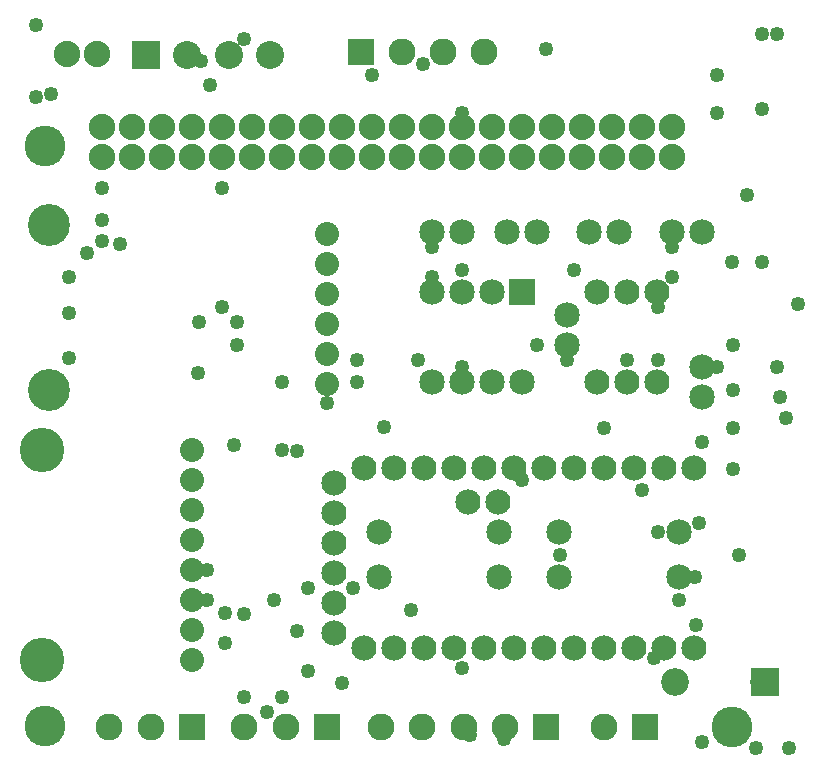
<source format=gts>
G04 MADE WITH FRITZING*
G04 WWW.FRITZING.ORG*
G04 DOUBLE SIDED*
G04 HOLES PLATED*
G04 CONTOUR ON CENTER OF CONTOUR VECTOR*
%ASAXBY*%
%FSLAX23Y23*%
%MOIN*%
%OFA0B0*%
%SFA1.0B1.0*%
%ADD10C,0.088000*%
%ADD11C,0.049370*%
%ADD12C,0.085000*%
%ADD13C,0.093307*%
%ADD14C,0.084000*%
%ADD15C,0.080000*%
%ADD16C,0.148425*%
%ADD17C,0.092000*%
%ADD18C,0.090000*%
%ADD19C,0.135984*%
%ADD20C,0.139921*%
%ADD21R,0.093307X0.093307*%
%ADD22R,0.092000X0.092000*%
%ADD23R,0.090000X0.090000*%
%ADD24R,0.085000X0.085000*%
%LNMASK1*%
G90*
G70*
G54D10*
X306Y2543D03*
X206Y2543D03*
G54D11*
X322Y2096D03*
X210Y1529D03*
X210Y1678D03*
X211Y1798D03*
X321Y1918D03*
X321Y1988D03*
X1072Y1378D03*
X796Y2593D03*
X2641Y1708D03*
X645Y1649D03*
X971Y1217D03*
X761Y1238D03*
X641Y1478D03*
X770Y1649D03*
X671Y822D03*
X671Y723D03*
X1422Y1899D03*
X1422Y1797D03*
X721Y1698D03*
X921Y1448D03*
X2321Y1247D03*
X2521Y1849D03*
X1521Y2346D03*
X770Y1573D03*
X1771Y1573D03*
X1172Y1448D03*
X921Y398D03*
X2472Y2073D03*
X2446Y872D03*
X1847Y872D03*
X1721Y1122D03*
X2173Y947D03*
X1995Y1296D03*
X2298Y799D03*
X2370Y2346D03*
X2370Y2472D03*
X1221Y2472D03*
X2423Y1573D03*
X2423Y1421D03*
X2571Y1497D03*
X2370Y1497D03*
X2222Y1899D03*
X2222Y1797D03*
X2070Y1523D03*
X1870Y1523D03*
X1547Y272D03*
X2245Y723D03*
X1521Y1497D03*
X1373Y1523D03*
X1172Y1523D03*
X796Y674D03*
X796Y398D03*
X2173Y1698D03*
X2173Y1523D03*
X1008Y761D03*
X1008Y485D03*
X921Y1223D03*
X896Y723D03*
X871Y348D03*
X2121Y1088D03*
X2311Y978D03*
X2423Y1296D03*
X2423Y1157D03*
X151Y2408D03*
X721Y2096D03*
X102Y2398D03*
X102Y2637D03*
X271Y1878D03*
X380Y1907D03*
X2520Y2609D03*
X1521Y1823D03*
X1896Y1823D03*
X2422Y1848D03*
X1159Y761D03*
X732Y578D03*
X732Y678D03*
X1352Y688D03*
X1261Y1298D03*
X1661Y258D03*
X2302Y639D03*
X2320Y248D03*
X2581Y1398D03*
X2501Y228D03*
X2611Y228D03*
X2601Y1328D03*
X2521Y2358D03*
X2571Y2608D03*
X1801Y2557D03*
X1392Y2508D03*
X651Y2517D03*
X2161Y528D03*
X681Y2438D03*
G54D12*
X1846Y798D03*
X2246Y798D03*
X1846Y798D03*
X2246Y798D03*
X1246Y798D03*
X1646Y798D03*
X1246Y798D03*
X1646Y798D03*
G54D13*
X468Y2538D03*
X605Y2538D03*
X743Y2538D03*
X881Y2538D03*
G54D14*
X1096Y1113D03*
X1096Y1013D03*
X1096Y913D03*
X1096Y813D03*
X1096Y713D03*
X1096Y613D03*
X1196Y1163D03*
X1296Y1163D03*
X1396Y1163D03*
X1496Y1163D03*
X1596Y1163D03*
X1541Y1048D03*
X1641Y1048D03*
X1696Y1163D03*
X1796Y1163D03*
X1896Y1163D03*
X1996Y1163D03*
X2096Y1163D03*
X2196Y1163D03*
X2296Y1163D03*
X2296Y563D03*
X2196Y563D03*
X2096Y563D03*
X1996Y563D03*
X1896Y563D03*
X1796Y563D03*
X1696Y563D03*
X1596Y563D03*
X1496Y563D03*
X1396Y563D03*
X1296Y563D03*
X1196Y563D03*
G54D12*
X1846Y948D03*
X2246Y948D03*
X1846Y948D03*
X2246Y948D03*
X1246Y948D03*
X1646Y948D03*
X1246Y948D03*
X1646Y948D03*
G54D15*
X1071Y1443D03*
X1071Y1543D03*
X1071Y1643D03*
X1071Y1743D03*
X1071Y1843D03*
X1071Y1943D03*
X621Y1023D03*
G54D16*
X121Y523D03*
G54D15*
X621Y623D03*
X621Y823D03*
X621Y1223D03*
X621Y523D03*
X621Y723D03*
X621Y923D03*
X621Y1123D03*
G54D16*
X121Y1223D03*
G54D17*
X2529Y448D03*
X2231Y448D03*
G54D18*
X2131Y298D03*
X1993Y298D03*
G54D19*
X2421Y298D03*
X130Y303D03*
X130Y2236D03*
X121Y523D03*
X121Y1223D03*
G54D10*
X321Y2198D03*
X421Y2198D03*
X521Y2198D03*
X621Y2198D03*
X721Y2198D03*
X821Y2198D03*
X921Y2198D03*
X1021Y2198D03*
X1121Y2198D03*
X1221Y2198D03*
X1321Y2198D03*
X1421Y2198D03*
X1521Y2198D03*
X1621Y2198D03*
X1721Y2198D03*
X1821Y2198D03*
X1921Y2198D03*
X2021Y2198D03*
X2121Y2198D03*
X2221Y2198D03*
X321Y2198D03*
X421Y2198D03*
X521Y2198D03*
X621Y2198D03*
X721Y2198D03*
X821Y2198D03*
X921Y2198D03*
X1021Y2198D03*
X1121Y2198D03*
X1221Y2198D03*
X1321Y2198D03*
X1421Y2198D03*
X1521Y2198D03*
X1621Y2198D03*
X1721Y2198D03*
X1821Y2198D03*
X1921Y2198D03*
X2021Y2198D03*
X2121Y2198D03*
X2221Y2198D03*
X2221Y2298D03*
X2121Y2298D03*
X2021Y2298D03*
X1921Y2298D03*
X1821Y2298D03*
X1721Y2298D03*
X1621Y2298D03*
X1521Y2298D03*
X1421Y2298D03*
X1321Y2298D03*
X1221Y2298D03*
X1121Y2298D03*
X1021Y2298D03*
X921Y2298D03*
X821Y2298D03*
X721Y2298D03*
X621Y2298D03*
X521Y2298D03*
X421Y2298D03*
X321Y2298D03*
G54D12*
X1871Y1673D03*
X1871Y1573D03*
X2321Y1498D03*
X2321Y1398D03*
G54D14*
X1971Y1448D03*
X2071Y1448D03*
X2171Y1448D03*
X1971Y1448D03*
X2071Y1448D03*
X2171Y1448D03*
X1971Y1748D03*
X2071Y1748D03*
X2171Y1748D03*
X1971Y1748D03*
X2071Y1748D03*
X2171Y1748D03*
G54D20*
X146Y1973D03*
X146Y1423D03*
G54D12*
X2046Y1948D03*
X1946Y1948D03*
X2321Y1948D03*
X2221Y1948D03*
X1721Y1748D03*
X1721Y1448D03*
X1621Y1748D03*
X1621Y1448D03*
X1521Y1748D03*
X1521Y1448D03*
X1421Y1748D03*
X1421Y1448D03*
X1671Y1948D03*
X1771Y1948D03*
X1421Y1948D03*
X1521Y1948D03*
G54D18*
X1802Y298D03*
X1664Y298D03*
X1527Y298D03*
X1389Y298D03*
X1251Y298D03*
X1071Y298D03*
X933Y298D03*
X795Y298D03*
X1183Y2548D03*
X1321Y2548D03*
X1458Y2548D03*
X1596Y2548D03*
X621Y298D03*
X483Y298D03*
X345Y298D03*
G54D11*
X970Y617D03*
X1120Y444D03*
X1521Y496D03*
G54D21*
X468Y2538D03*
G54D22*
X2530Y448D03*
G54D23*
X2131Y298D03*
G54D24*
X1721Y1748D03*
G54D23*
X1802Y298D03*
X1071Y298D03*
X1183Y2548D03*
X621Y298D03*
G04 End of Mask1*
M02*
</source>
